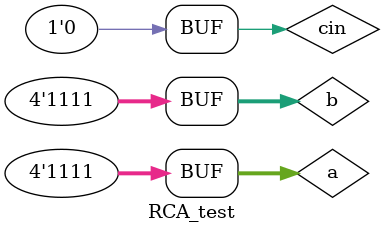
<source format=sv>
`timescale 1ns / 1ps

//module RCA(input logic [3:0] a, b,input logic cin, output logic [3:0] sum, output logic carry)
module RCA_test();
reg [3:0] a,b;
reg cin;
wire [3:0]sum;
wire carry;

RCA test_rca(.a(a), .b(b), .cin(cin), .sum(sum), .carry(carry));
initial begin
cin = 1'b0;
a = 4'b0000;b = 4'b0001;#10
a = 4'b0001;b = 4'b0001;#10
a = 4'b0010;b = 4'b0001;#10
a = 4'b0011;b = 4'b0001;#10
a = 4'b0100;b = 4'b0001;#10
a = 4'b0101;b = 4'b0001;#10
a = 4'b0110;b = 4'b0001;#10
a = 4'b0111;b = 4'b0001;#10
a = 4'b1000;b = 4'b0001;#10
a = 4'b1001;b = 4'b0001;#10
a = 4'b1010;b = 4'b0001;#10
a = 4'b1011;b = 4'b0001;#10
a = 4'b1100;b = 4'b0001;#10
a = 4'b1101;b = 4'b0001;#10
a = 4'b1110;b = 4'b0001;#10
a = 4'b1111;b = 4'b0001;#10

a = 4'b0000;b = 4'b0010;#10
a = 4'b0001;b = 4'b0010;#10
a = 4'b0010;b = 4'b0010;#10
a = 4'b0011;b = 4'b0010;#10
a = 4'b0100;b = 4'b0010;#10
a = 4'b0101;b = 4'b0010;#10
a = 4'b0110;b = 4'b0010;#10
a = 4'b0111;b = 4'b0010;#10
a = 4'b1000;b = 4'b0010;#10
a = 4'b1001;b = 4'b0010;#10
a = 4'b1010;b = 4'b0010;#10
a = 4'b1011;b = 4'b0010;#10
a = 4'b1100;b = 4'b0010;#10
a = 4'b1101;b = 4'b0010;#10
a = 4'b1110;b = 4'b0010;#10
a = 4'b1111;b = 4'b0010;#10

a = 4'b0000;b = 4'b0011;#10
a = 4'b0001;b = 4'b0011;#10
a = 4'b0010;b = 4'b0011;#10
a = 4'b0011;b = 4'b0011;#10
a = 4'b0100;b = 4'b0011;#10
a = 4'b0101;b = 4'b0011;#10
a = 4'b0110;b = 4'b0011;#10
a = 4'b0111;b = 4'b0011;#10
a = 4'b1000;b = 4'b0011;#10
a = 4'b1001;b = 4'b0011;#10
a = 4'b1010;b = 4'b0011;#10
a = 4'b1011;b = 4'b0011;#10
a = 4'b1100;b = 4'b0011;#10
a = 4'b1101;b = 4'b0011;#10
a = 4'b1110;b = 4'b0011;#10
a = 4'b1111;b = 4'b0011;#10 


a = 4'b0000;b = 4'b0100;#10
a = 4'b0001;b = 4'b0100;#10
a = 4'b0010;b = 4'b0100;#10
a = 4'b0011;b = 4'b0100;#10
a = 4'b0100;b = 4'b0100;#10
a = 4'b0101;b = 4'b0100;#10
a = 4'b0110;b = 4'b0100;#10
a = 4'b0111;b = 4'b0100;#10
a = 4'b1000;b = 4'b0100;#10
a = 4'b1001;b = 4'b0100;#10
a = 4'b1010;b = 4'b0100;#10
a = 4'b1011;b = 4'b0100;#10
a = 4'b1100;b = 4'b0100;#10
a = 4'b1101;b = 4'b0100;#10
a = 4'b1110;b = 4'b0100;#10
a = 4'b1111;b = 4'b0100;#10

a = 4'b0000;b = 4'b0101;#10
a = 4'b0001;b = 4'b0101;#10
a = 4'b0010;b = 4'b0101;#10
a = 4'b0011;b = 4'b0101;#10
a = 4'b0100;b = 4'b0101;#10
a = 4'b0101;b = 4'b0101;#10
a = 4'b0110;b = 4'b0101;#10
a = 4'b0111;b = 4'b0101;#10
a = 4'b1000;b = 4'b0101;#10
a = 4'b1001;b = 4'b0101;#10
a = 4'b1010;b = 4'b0101;#10
a = 4'b1011;b = 4'b0101;#10
a = 4'b1100;b = 4'b0101;#10
a = 4'b1101;b = 4'b0101;#10
a = 4'b1110;b = 4'b0101;#10
a = 4'b1111;b = 4'b0101;#10 

a = 4'b0000;b = 4'b0111;#10
a = 4'b0001;b = 4'b0111;#10
a = 4'b0010;b = 4'b0111;#10
a = 4'b0011;b = 4'b0111;#10
a = 4'b0100;b = 4'b0111;#10
a = 4'b0101;b = 4'b0111;#10
a = 4'b0110;b = 4'b0111;#10
a = 4'b0111;b = 4'b0111;#10
a = 4'b1000;b = 4'b0111;#10
a = 4'b1001;b = 4'b0111;#10
a = 4'b1010;b = 4'b0111;#10
a = 4'b1011;b = 4'b0111;#10
a = 4'b1100;b = 4'b0111;#10
a = 4'b1101;b = 4'b0111;#10
a = 4'b1110;b = 4'b0111;#10
a = 4'b1111;b = 4'b0111;#10 

a = 4'b0000;b = 4'b1000;#10
a = 4'b0001;b = 4'b1000;#10
a = 4'b0010;b = 4'b1000;#10
a = 4'b0011;b = 4'b1000;#10
a = 4'b0100;b = 4'b1000;#10
a = 4'b0101;b = 4'b1000;#10
a = 4'b0110;b = 4'b1000;#10
a = 4'b0111;b = 4'b1000;#10
a = 4'b1000;b = 4'b1000;#10
a = 4'b1001;b = 4'b1000;#10
a = 4'b1010;b = 4'b1000;#10
a = 4'b1011;b = 4'b1000;#10
a = 4'b1100;b = 4'b1000;#10
a = 4'b1101;b = 4'b1000;#10
a = 4'b1110;b = 4'b1000;#10
a = 4'b1111;b = 4'b1000;#10

a = 4'b0000;b = 4'b1001;#10
a = 4'b0001;b = 4'b1001;#10
a = 4'b0010;b = 4'b1001;#10
a = 4'b0011;b = 4'b1001;#10
a = 4'b0100;b = 4'b1001;#10
a = 4'b0101;b = 4'b1001;#10
a = 4'b0110;b = 4'b1001;#10
a = 4'b0111;b = 4'b1001;#10
a = 4'b1000;b = 4'b1001;#10
a = 4'b1001;b = 4'b1001;#10
a = 4'b1010;b = 4'b1001;#10
a = 4'b1011;b = 4'b1001;#10
a = 4'b1100;b = 4'b1001;#10
a = 4'b1101;b = 4'b1001;#10
a = 4'b1110;b = 4'b1001;#10
a = 4'b1111;b = 4'b1001;#10

a = 4'b0000;b = 4'b1011;#10
a = 4'b0001;b = 4'b1011;#10
a = 4'b0010;b = 4'b1011;#10
a = 4'b0011;b = 4'b1011;#10
a = 4'b0100;b = 4'b1011;#10
a = 4'b0101;b = 4'b1011;#10
a = 4'b0110;b = 4'b1011;#10
a = 4'b0111;b = 4'b1011;#10
a = 4'b1000;b = 4'b1011;#10
a = 4'b1001;b = 4'b1011;#10
a = 4'b1010;b = 4'b1011;#10
a = 4'b1011;b = 4'b1011;#10
a = 4'b1100;b = 4'b1011;#10
a = 4'b1101;b = 4'b1011;#10
a = 4'b1110;b = 4'b1011;#10
a = 4'b1111;b = 4'b1011;#10

a = 4'b0000;b = 4'b1100;#10
a = 4'b0001;b = 4'b1100;#10
a = 4'b0010;b = 4'b1100;#10
a = 4'b0011;b = 4'b1100;#10
a = 4'b0100;b = 4'b1100;#10
a = 4'b0101;b = 4'b1100;#10
a = 4'b0110;b = 4'b1100;#10
a = 4'b0111;b = 4'b1100;#10
a = 4'b1000;b = 4'b1100;#10
a = 4'b1001;b = 4'b1100;#10
a = 4'b1010;b = 4'b1100;#10
a = 4'b1011;b = 4'b1100;#10
a = 4'b1100;b = 4'b1100;#10
a = 4'b1101;b = 4'b1100;#10
a = 4'b1110;b = 4'b1100;#10
a = 4'b1111;b = 4'b1100;#10


a = 4'b0000;b = 4'b1101;#10
a = 4'b0001;b = 4'b1101;#10
a = 4'b0010;b = 4'b1101;#10
a = 4'b0011;b = 4'b1101;#10
a = 4'b0100;b = 4'b1101;#10
a = 4'b0101;b = 4'b1101;#10
a = 4'b0110;b = 4'b1101;#10
a = 4'b0111;b = 4'b1101;#10
a = 4'b1000;b = 4'b1101;#10
a = 4'b1001;b = 4'b1101;#10
a = 4'b1010;b = 4'b1101;#10
a = 4'b1011;b = 4'b1101;#10
a = 4'b1100;b = 4'b1101;#10
a = 4'b1101;b = 4'b1101;#10
a = 4'b1110;b = 4'b1101;#10
a = 4'b1111;b = 4'b1101;#10

a = 4'b0000;b = 4'b1110;#10
a = 4'b0001;b = 4'b1110;#10
a = 4'b0010;b = 4'b1110;#10
a = 4'b0011;b = 4'b1110;#10
a = 4'b0100;b = 4'b1110;#10
a = 4'b0101;b = 4'b1110;#10
a = 4'b0110;b = 4'b1110;#10
a = 4'b0111;b = 4'b1110;#10
a = 4'b1000;b = 4'b1110;#10
a = 4'b1001;b = 4'b1110;#10
a = 4'b1010;b = 4'b1110;#10
a = 4'b1011;b = 4'b1110;#10
a = 4'b1100;b = 4'b1110;#10
a = 4'b1101;b = 4'b1110;#10
a = 4'b1110;b = 4'b1110;#10
a = 4'b1111;b = 4'b1110;#10


a = 4'b0000;b = 4'b1111;#10
a = 4'b0001;b = 4'b1111;#10
a = 4'b0010;b = 4'b1111;#10
a = 4'b0011;b = 4'b1111;#10
a = 4'b0100;b = 4'b1111;#10
a = 4'b0101;b = 4'b1111;#10
a = 4'b0110;b = 4'b1111;#10
a = 4'b0111;b = 4'b1111;#10
a = 4'b1000;b = 4'b1111;#10
a = 4'b1001;b = 4'b1111;#10
a = 4'b1010;b = 4'b1111;#10
a = 4'b1011;b = 4'b1111;#10
a = 4'b1100;b = 4'b1111;#10
a = 4'b1101;b = 4'b1111;#10
a = 4'b1110;b = 4'b1111;#10
a = 4'b1111;b = 4'b1111;
end

endmodule

</source>
